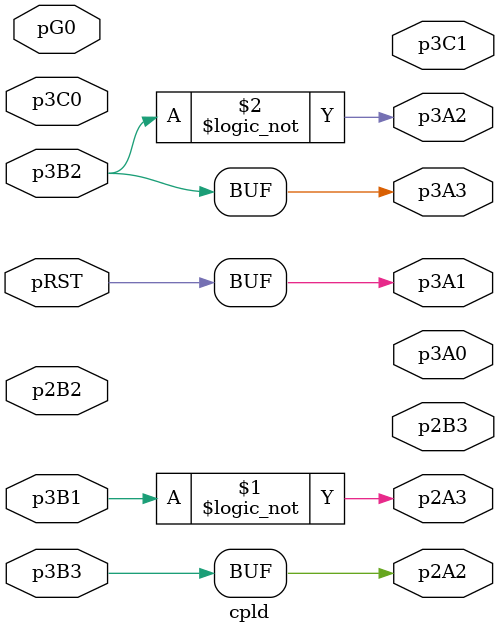
<source format=v>
`timescale 1ns / 1ps
module cpld(
    input p3B1,
    input p3B2,
    input p3B3, // ftdi_dtr
    input p3C0, // ftdi_rxi, connects to d0
    output p3C1, //ftdi_txd, connects to d1
    output p2B3, // d0
    input p2B2, // d1
    output p2A2, // mb rst
    input pG0,
    input pRST,
    output p2A3, // mb led
    output p3A0,
    output p3A1,
    output p3A2,
    output p3A3
    );

    assign p2A2 = p3B3;
    //assign p2A2 = 1;
    assign p2A3 = !p3B1;

    assign p3A1 = pRST;

    //reg [13:0] ctr = 0;
    //assign {p3A3, p3A2, p3A1, p3A0} = ctr[13:10];
    //always @(posedge pG0) begin
        //ctr <= ctr + 1;
    //end
    assign p3A3 = p3B2;
    assign p3A2 = !p3B2;

endmodule

</source>
